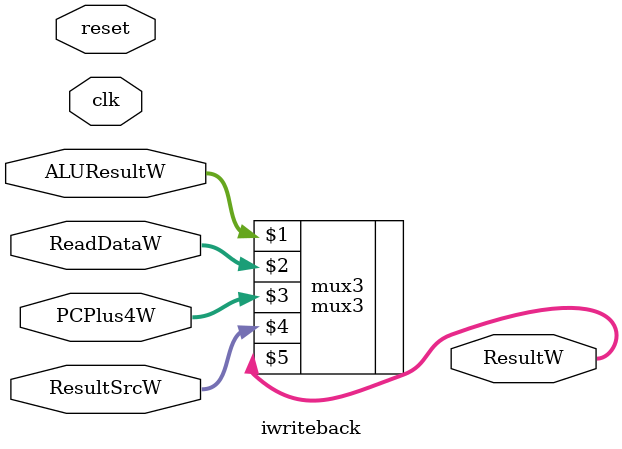
<source format=sv>
`timescale 1ns / 1ps


module iwriteback(
    input logic clk, reset,
    input logic [1:0] ResultSrcW,
    input logic [31:0] ALUResultW,
    input logic [31:0] ReadDataW, PCPlus4W,
    
    output logic [31:0] ResultW
    );
    
    mux3 mux3(ALUResultW,ReadDataW,PCPlus4W,ResultSrcW,ResultW);

endmodule

</source>
